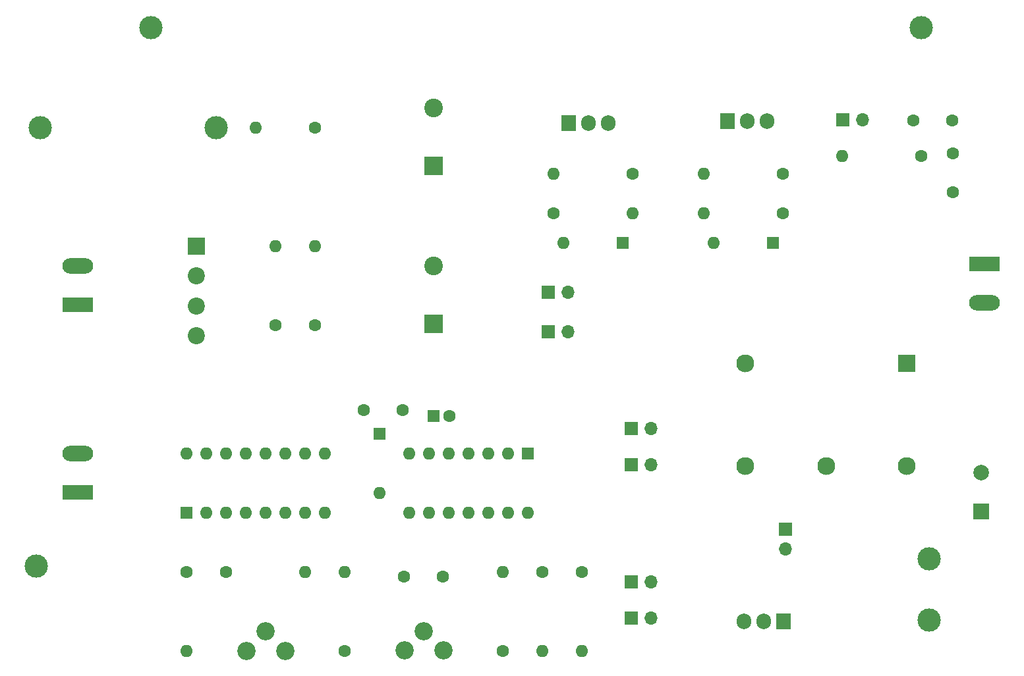
<source format=gbr>
%TF.GenerationSoftware,KiCad,Pcbnew,8.0.3*%
%TF.CreationDate,2024-07-06T20:18:36-03:00*%
%TF.ProjectId,Fuente_Conmutada,4675656e-7465-45f4-936f-6e6d75746164,rev?*%
%TF.SameCoordinates,Original*%
%TF.FileFunction,Soldermask,Top*%
%TF.FilePolarity,Negative*%
%FSLAX46Y46*%
G04 Gerber Fmt 4.6, Leading zero omitted, Abs format (unit mm)*
G04 Created by KiCad (PCBNEW 8.0.3) date 2024-07-06 20:18:36*
%MOMM*%
%LPD*%
G01*
G04 APERTURE LIST*
%ADD10C,1.600000*%
%ADD11O,1.600000X1.600000*%
%ADD12R,1.905000X2.000000*%
%ADD13O,1.905000X2.000000*%
%ADD14C,3.000000*%
%ADD15R,1.600000X1.600000*%
%ADD16R,3.960000X1.980000*%
%ADD17O,3.960000X1.980000*%
%ADD18R,2.400000X2.400000*%
%ADD19C,2.400000*%
%ADD20R,1.700000X1.700000*%
%ADD21O,1.700000X1.700000*%
%ADD22R,2.000000X2.000000*%
%ADD23C,2.000000*%
%ADD24R,2.300000X2.300000*%
%ADD25C,2.300000*%
%ADD26C,2.340000*%
%ADD27R,2.200000X2.200000*%
%ADD28C,2.200000*%
G04 APERTURE END LIST*
D10*
%TO.C,R10*%
X157010000Y-65918000D03*
D11*
X146850000Y-65918000D03*
%TD*%
D10*
%TO.C,R12*%
X176314000Y-71006000D03*
D11*
X166154000Y-71006000D03*
%TD*%
D10*
%TO.C,C7*%
X198158000Y-63259000D03*
X198158000Y-68259000D03*
%TD*%
D12*
%TO.C,Q1*%
X169202000Y-59132000D03*
D13*
X171742000Y-59132000D03*
X174282000Y-59132000D03*
%TD*%
D10*
%TO.C,R11*%
X146850000Y-70998000D03*
D11*
X157010000Y-70998000D03*
%TD*%
D14*
%TO.C,REF\u002A\u002A*%
X194153000Y-47142000D03*
%TD*%
%TO.C,L1*%
X195110000Y-123330000D03*
X195110000Y-115430000D03*
%TD*%
D12*
%TO.C,Q2*%
X148823000Y-59392000D03*
D13*
X151363000Y-59392000D03*
X153903000Y-59392000D03*
%TD*%
D15*
%TO.C,U1*%
X99748000Y-109477000D03*
D11*
X102288000Y-109477000D03*
X104828000Y-109477000D03*
X107368000Y-109477000D03*
X109908000Y-109477000D03*
X112448000Y-109477000D03*
X114988000Y-109477000D03*
X117528000Y-109477000D03*
X117528000Y-101857000D03*
X114988000Y-101857000D03*
X112448000Y-101857000D03*
X109908000Y-101857000D03*
X107368000Y-101857000D03*
X104828000Y-101857000D03*
X102288000Y-101857000D03*
X99748000Y-101857000D03*
%TD*%
D16*
%TO.C,J2*%
X85763000Y-106867000D03*
D17*
X85763000Y-101867000D03*
%TD*%
D14*
%TO.C,REF\u002A\u002A*%
X95153000Y-47142000D03*
%TD*%
D15*
%TO.C,D2*%
X124498000Y-99327000D03*
D11*
X124498000Y-106947000D03*
%TD*%
D10*
%TO.C,C3*%
X127673000Y-117742000D03*
X132673000Y-117742000D03*
%TD*%
D14*
%TO.C,F1*%
X103543000Y-59957000D03*
X80943000Y-59957000D03*
%TD*%
D16*
%TO.C,J1*%
X85763000Y-82737000D03*
D17*
X85763000Y-77737000D03*
%TD*%
D18*
%TO.C,C2*%
X131483000Y-64917000D03*
D19*
X131483000Y-57417000D03*
%TD*%
D20*
%TO.C,JP6*%
X156883000Y-98692000D03*
D21*
X159423000Y-98692000D03*
%TD*%
D20*
%TO.C,JP4*%
X156883000Y-118377000D03*
D21*
X159423000Y-118377000D03*
%TD*%
D20*
%TO.C,JP1*%
X146215000Y-86254000D03*
D21*
X148755000Y-86254000D03*
%TD*%
D22*
%TO.C,C8*%
X201841000Y-109360000D03*
D23*
X201841000Y-104360000D03*
%TD*%
D20*
%TO.C,JP2*%
X146215000Y-81174000D03*
D21*
X148755000Y-81174000D03*
%TD*%
D24*
%TO.C,T1*%
X192302000Y-90314000D03*
D25*
X171502000Y-90314000D03*
X171502000Y-103514000D03*
X181902000Y-103514000D03*
X192302000Y-103514000D03*
%TD*%
D16*
%TO.C,J3*%
X202222000Y-77483000D03*
D17*
X202222000Y-82483000D03*
%TD*%
D14*
%TO.C,REF\u002A\u002A*%
X80403000Y-116392000D03*
%TD*%
D12*
%TO.C,D5*%
X176443000Y-123447000D03*
D13*
X173903000Y-123447000D03*
X171363000Y-123447000D03*
%TD*%
D10*
%TO.C,R3*%
X99733000Y-117107000D03*
D11*
X99733000Y-127267000D03*
%TD*%
D10*
%TO.C,R5*%
X104813000Y-117107000D03*
D11*
X114973000Y-117107000D03*
%TD*%
D10*
%TO.C,C6*%
X198078000Y-59068000D03*
X193078000Y-59068000D03*
%TD*%
%TO.C,R2*%
X111163000Y-85357000D03*
D11*
X111163000Y-75197000D03*
%TD*%
D10*
%TO.C,C5*%
X122466000Y-96279000D03*
X127466000Y-96279000D03*
%TD*%
D26*
%TO.C,RV1*%
X107393000Y-127267000D03*
X109893000Y-124767000D03*
X112393000Y-127267000D03*
%TD*%
%TO.C,RV2*%
X127713000Y-127227000D03*
X130213000Y-124727000D03*
X132713000Y-127227000D03*
%TD*%
D20*
%TO.C,JP8*%
X176695000Y-111646000D03*
D21*
X176695000Y-114186000D03*
%TD*%
D10*
%TO.C,R4*%
X120053000Y-127267000D03*
D11*
X120053000Y-117107000D03*
%TD*%
D15*
%TO.C,D3*%
X175044000Y-74816000D03*
D11*
X167424000Y-74816000D03*
%TD*%
D10*
%TO.C,R13*%
X194094000Y-63640000D03*
D11*
X183934000Y-63640000D03*
%TD*%
D20*
%TO.C,JP3*%
X156883000Y-123027000D03*
D21*
X159423000Y-123027000D03*
%TD*%
D10*
%TO.C,R8*%
X140373000Y-127267000D03*
D11*
X140373000Y-117107000D03*
%TD*%
D10*
%TO.C,R7*%
X145453000Y-117107000D03*
D11*
X145453000Y-127267000D03*
%TD*%
D15*
%TO.C,U2*%
X143548000Y-101867000D03*
D11*
X141008000Y-101867000D03*
X138468000Y-101867000D03*
X135928000Y-101867000D03*
X133388000Y-101867000D03*
X130848000Y-101867000D03*
X128308000Y-101867000D03*
X128308000Y-109487000D03*
X130848000Y-109487000D03*
X133388000Y-109487000D03*
X135928000Y-109487000D03*
X138468000Y-109487000D03*
X141008000Y-109487000D03*
X143548000Y-109487000D03*
%TD*%
D20*
%TO.C,JP7*%
X184061000Y-58941000D03*
D21*
X186601000Y-58941000D03*
%TD*%
D10*
%TO.C,R1*%
X116243000Y-85357000D03*
D11*
X116243000Y-75197000D03*
%TD*%
D10*
%TO.C,TH1*%
X116243000Y-59957000D03*
D11*
X108623000Y-59957000D03*
%TD*%
D10*
%TO.C,R9*%
X176314000Y-65926000D03*
D11*
X166154000Y-65926000D03*
%TD*%
D15*
%TO.C,D4*%
X155740000Y-74808000D03*
D11*
X148120000Y-74808000D03*
%TD*%
D10*
%TO.C,R6*%
X150533000Y-117107000D03*
D11*
X150533000Y-127267000D03*
%TD*%
D18*
%TO.C,C1*%
X131483000Y-85237000D03*
D19*
X131483000Y-77737000D03*
%TD*%
D20*
%TO.C,JP5*%
X156883000Y-103342000D03*
D21*
X159423000Y-103342000D03*
%TD*%
D27*
%TO.C,D1*%
X101003000Y-75197000D03*
D28*
X101003000Y-79047000D03*
X101003000Y-82897000D03*
X101003000Y-86747000D03*
%TD*%
D15*
%TO.C,C4*%
X131515000Y-97041000D03*
D10*
X133515000Y-97041000D03*
%TD*%
M02*

</source>
